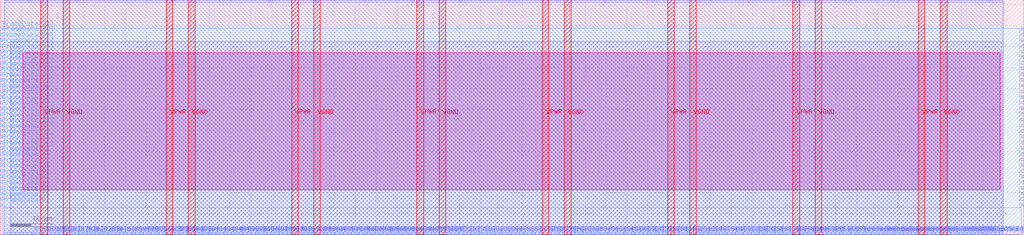
<source format=lef>
VERSION 5.7 ;
  NOWIREEXTENSIONATPIN ON ;
  DIVIDERCHAR "/" ;
  BUSBITCHARS "[]" ;
MACRO N_term_single2
  CLASS BLOCK ;
  FOREIGN N_term_single2 ;
  ORIGIN 0.000 0.000 ;
  SIZE 245.000 BY 56.250 ;
  PIN FrameData[0]
    DIRECTION INPUT ;
    USE SIGNAL ;
    ANTENNAGATEAREA 0.213000 ;
    PORT
      LAYER met3 ;
        RECT 0.000 6.840 0.600 7.440 ;
    END
  END FrameData[0]
  PIN FrameData[10]
    DIRECTION INPUT ;
    USE SIGNAL ;
    ANTENNAGATEAREA 0.631200 ;
    ANTENNADIFFAREA 0.434700 ;
    PORT
      LAYER met3 ;
        RECT 0.000 20.440 0.600 21.040 ;
    END
  END FrameData[10]
  PIN FrameData[11]
    DIRECTION INPUT ;
    USE SIGNAL ;
    ANTENNAGATEAREA 0.631200 ;
    ANTENNADIFFAREA 0.434700 ;
    PORT
      LAYER met3 ;
        RECT 0.000 21.800 0.600 22.400 ;
    END
  END FrameData[11]
  PIN FrameData[12]
    DIRECTION INPUT ;
    USE SIGNAL ;
    ANTENNAGATEAREA 0.631200 ;
    ANTENNADIFFAREA 0.434700 ;
    PORT
      LAYER met3 ;
        RECT 0.000 23.160 0.600 23.760 ;
    END
  END FrameData[12]
  PIN FrameData[13]
    DIRECTION INPUT ;
    USE SIGNAL ;
    ANTENNAGATEAREA 0.631200 ;
    ANTENNADIFFAREA 0.434700 ;
    PORT
      LAYER met3 ;
        RECT 0.000 24.520 0.600 25.120 ;
    END
  END FrameData[13]
  PIN FrameData[14]
    DIRECTION INPUT ;
    USE SIGNAL ;
    ANTENNAGATEAREA 0.647700 ;
    ANTENNADIFFAREA 0.434700 ;
    PORT
      LAYER met3 ;
        RECT 0.000 25.880 0.600 26.480 ;
    END
  END FrameData[14]
  PIN FrameData[15]
    DIRECTION INPUT ;
    USE SIGNAL ;
    ANTENNAGATEAREA 0.647700 ;
    ANTENNADIFFAREA 0.434700 ;
    PORT
      LAYER met3 ;
        RECT 0.000 27.240 0.600 27.840 ;
    END
  END FrameData[15]
  PIN FrameData[16]
    DIRECTION INPUT ;
    USE SIGNAL ;
    ANTENNAGATEAREA 0.647700 ;
    ANTENNADIFFAREA 0.434700 ;
    PORT
      LAYER met3 ;
        RECT 0.000 28.600 0.600 29.200 ;
    END
  END FrameData[16]
  PIN FrameData[17]
    DIRECTION INPUT ;
    USE SIGNAL ;
    ANTENNAGATEAREA 0.196500 ;
    PORT
      LAYER met3 ;
        RECT 0.000 29.960 0.600 30.560 ;
    END
  END FrameData[17]
  PIN FrameData[18]
    DIRECTION INPUT ;
    USE SIGNAL ;
    ANTENNAGATEAREA 0.647700 ;
    ANTENNADIFFAREA 0.434700 ;
    PORT
      LAYER met3 ;
        RECT 0.000 31.320 0.600 31.920 ;
    END
  END FrameData[18]
  PIN FrameData[19]
    DIRECTION INPUT ;
    USE SIGNAL ;
    ANTENNAGATEAREA 0.631200 ;
    ANTENNADIFFAREA 0.434700 ;
    PORT
      LAYER met3 ;
        RECT 0.000 32.680 0.600 33.280 ;
    END
  END FrameData[19]
  PIN FrameData[1]
    DIRECTION INPUT ;
    USE SIGNAL ;
    ANTENNAGATEAREA 0.196500 ;
    PORT
      LAYER met3 ;
        RECT 0.000 8.200 0.600 8.800 ;
    END
  END FrameData[1]
  PIN FrameData[20]
    DIRECTION INPUT ;
    USE SIGNAL ;
    ANTENNAGATEAREA 0.631200 ;
    ANTENNADIFFAREA 0.434700 ;
    PORT
      LAYER met3 ;
        RECT 0.000 34.040 0.600 34.640 ;
    END
  END FrameData[20]
  PIN FrameData[21]
    DIRECTION INPUT ;
    USE SIGNAL ;
    ANTENNAGATEAREA 0.647700 ;
    ANTENNADIFFAREA 0.434700 ;
    PORT
      LAYER met3 ;
        RECT 0.000 35.400 0.600 36.000 ;
    END
  END FrameData[21]
  PIN FrameData[22]
    DIRECTION INPUT ;
    USE SIGNAL ;
    ANTENNAGATEAREA 0.631200 ;
    ANTENNADIFFAREA 0.434700 ;
    PORT
      LAYER met3 ;
        RECT 0.000 36.760 0.600 37.360 ;
    END
  END FrameData[22]
  PIN FrameData[23]
    DIRECTION INPUT ;
    USE SIGNAL ;
    ANTENNAGATEAREA 0.647700 ;
    ANTENNADIFFAREA 0.434700 ;
    PORT
      LAYER met3 ;
        RECT 0.000 38.120 0.600 38.720 ;
    END
  END FrameData[23]
  PIN FrameData[24]
    DIRECTION INPUT ;
    USE SIGNAL ;
    ANTENNAGATEAREA 0.631200 ;
    ANTENNADIFFAREA 0.434700 ;
    PORT
      LAYER met3 ;
        RECT 0.000 39.480 0.600 40.080 ;
    END
  END FrameData[24]
  PIN FrameData[25]
    DIRECTION INPUT ;
    USE SIGNAL ;
    ANTENNAGATEAREA 0.631200 ;
    ANTENNADIFFAREA 0.434700 ;
    PORT
      LAYER met3 ;
        RECT 0.000 40.840 0.600 41.440 ;
    END
  END FrameData[25]
  PIN FrameData[26]
    DIRECTION INPUT ;
    USE SIGNAL ;
    ANTENNAGATEAREA 0.631200 ;
    ANTENNADIFFAREA 0.434700 ;
    PORT
      LAYER met3 ;
        RECT 0.000 42.200 0.600 42.800 ;
    END
  END FrameData[26]
  PIN FrameData[27]
    DIRECTION INPUT ;
    USE SIGNAL ;
    ANTENNAGATEAREA 0.631200 ;
    ANTENNADIFFAREA 0.434700 ;
    PORT
      LAYER met3 ;
        RECT 0.000 43.560 0.600 44.160 ;
    END
  END FrameData[27]
  PIN FrameData[28]
    DIRECTION INPUT ;
    USE SIGNAL ;
    ANTENNAGATEAREA 0.213000 ;
    PORT
      LAYER met3 ;
        RECT 0.000 44.920 0.600 45.520 ;
    END
  END FrameData[28]
  PIN FrameData[29]
    DIRECTION INPUT ;
    USE SIGNAL ;
    ANTENNAGATEAREA 0.213000 ;
    PORT
      LAYER met3 ;
        RECT 0.000 46.280 0.600 46.880 ;
    END
  END FrameData[29]
  PIN FrameData[2]
    DIRECTION INPUT ;
    USE SIGNAL ;
    ANTENNAGATEAREA 0.631200 ;
    ANTENNADIFFAREA 0.434700 ;
    PORT
      LAYER met3 ;
        RECT 0.000 9.560 0.600 10.160 ;
    END
  END FrameData[2]
  PIN FrameData[30]
    DIRECTION INPUT ;
    USE SIGNAL ;
    ANTENNAGATEAREA 0.647700 ;
    ANTENNADIFFAREA 0.434700 ;
    PORT
      LAYER met3 ;
        RECT 0.000 47.640 0.600 48.240 ;
    END
  END FrameData[30]
  PIN FrameData[31]
    DIRECTION INPUT ;
    USE SIGNAL ;
    ANTENNAGATEAREA 0.631200 ;
    ANTENNADIFFAREA 0.434700 ;
    PORT
      LAYER met3 ;
        RECT 0.000 49.000 0.600 49.600 ;
    END
  END FrameData[31]
  PIN FrameData[3]
    DIRECTION INPUT ;
    USE SIGNAL ;
    ANTENNAGATEAREA 0.631200 ;
    ANTENNADIFFAREA 0.434700 ;
    PORT
      LAYER met3 ;
        RECT 0.000 10.920 0.600 11.520 ;
    END
  END FrameData[3]
  PIN FrameData[4]
    DIRECTION INPUT ;
    USE SIGNAL ;
    ANTENNAGATEAREA 0.631200 ;
    ANTENNADIFFAREA 0.434700 ;
    PORT
      LAYER met3 ;
        RECT 0.000 12.280 0.600 12.880 ;
    END
  END FrameData[4]
  PIN FrameData[5]
    DIRECTION INPUT ;
    USE SIGNAL ;
    ANTENNAGATEAREA 0.631200 ;
    ANTENNADIFFAREA 0.434700 ;
    PORT
      LAYER met3 ;
        RECT 0.000 13.640 0.600 14.240 ;
    END
  END FrameData[5]
  PIN FrameData[6]
    DIRECTION INPUT ;
    USE SIGNAL ;
    ANTENNAGATEAREA 0.631200 ;
    ANTENNADIFFAREA 0.434700 ;
    PORT
      LAYER met3 ;
        RECT 0.000 15.000 0.600 15.600 ;
    END
  END FrameData[6]
  PIN FrameData[7]
    DIRECTION INPUT ;
    USE SIGNAL ;
    ANTENNAGATEAREA 0.631200 ;
    ANTENNADIFFAREA 0.434700 ;
    PORT
      LAYER met3 ;
        RECT 0.000 16.360 0.600 16.960 ;
    END
  END FrameData[7]
  PIN FrameData[8]
    DIRECTION INPUT ;
    USE SIGNAL ;
    ANTENNAGATEAREA 0.631200 ;
    ANTENNADIFFAREA 0.434700 ;
    PORT
      LAYER met3 ;
        RECT 0.000 17.720 0.600 18.320 ;
    END
  END FrameData[8]
  PIN FrameData[9]
    DIRECTION INPUT ;
    USE SIGNAL ;
    ANTENNAGATEAREA 0.196500 ;
    PORT
      LAYER met3 ;
        RECT 0.000 19.080 0.600 19.680 ;
    END
  END FrameData[9]
  PIN FrameData_O[0]
    DIRECTION OUTPUT ;
    USE SIGNAL ;
    ANTENNADIFFAREA 0.445500 ;
    PORT
      LAYER met3 ;
        RECT 244.400 6.840 245.000 7.440 ;
    END
  END FrameData_O[0]
  PIN FrameData_O[10]
    DIRECTION OUTPUT ;
    USE SIGNAL ;
    ANTENNADIFFAREA 0.445500 ;
    PORT
      LAYER met3 ;
        RECT 244.400 20.440 245.000 21.040 ;
    END
  END FrameData_O[10]
  PIN FrameData_O[11]
    DIRECTION OUTPUT ;
    USE SIGNAL ;
    ANTENNADIFFAREA 0.445500 ;
    PORT
      LAYER met3 ;
        RECT 244.400 21.800 245.000 22.400 ;
    END
  END FrameData_O[11]
  PIN FrameData_O[12]
    DIRECTION OUTPUT ;
    USE SIGNAL ;
    ANTENNADIFFAREA 0.445500 ;
    PORT
      LAYER met3 ;
        RECT 244.400 23.160 245.000 23.760 ;
    END
  END FrameData_O[12]
  PIN FrameData_O[13]
    DIRECTION OUTPUT ;
    USE SIGNAL ;
    ANTENNADIFFAREA 0.445500 ;
    PORT
      LAYER met3 ;
        RECT 244.400 24.520 245.000 25.120 ;
    END
  END FrameData_O[13]
  PIN FrameData_O[14]
    DIRECTION OUTPUT ;
    USE SIGNAL ;
    ANTENNADIFFAREA 0.445500 ;
    PORT
      LAYER met3 ;
        RECT 244.400 25.880 245.000 26.480 ;
    END
  END FrameData_O[14]
  PIN FrameData_O[15]
    DIRECTION OUTPUT ;
    USE SIGNAL ;
    ANTENNADIFFAREA 0.445500 ;
    PORT
      LAYER met3 ;
        RECT 244.400 27.240 245.000 27.840 ;
    END
  END FrameData_O[15]
  PIN FrameData_O[16]
    DIRECTION OUTPUT ;
    USE SIGNAL ;
    ANTENNADIFFAREA 0.445500 ;
    PORT
      LAYER met3 ;
        RECT 244.400 28.600 245.000 29.200 ;
    END
  END FrameData_O[16]
  PIN FrameData_O[17]
    DIRECTION OUTPUT ;
    USE SIGNAL ;
    ANTENNADIFFAREA 0.445500 ;
    PORT
      LAYER met3 ;
        RECT 244.400 29.960 245.000 30.560 ;
    END
  END FrameData_O[17]
  PIN FrameData_O[18]
    DIRECTION OUTPUT ;
    USE SIGNAL ;
    ANTENNADIFFAREA 0.445500 ;
    PORT
      LAYER met3 ;
        RECT 244.400 31.320 245.000 31.920 ;
    END
  END FrameData_O[18]
  PIN FrameData_O[19]
    DIRECTION OUTPUT ;
    USE SIGNAL ;
    ANTENNADIFFAREA 0.445500 ;
    PORT
      LAYER met3 ;
        RECT 244.400 32.680 245.000 33.280 ;
    END
  END FrameData_O[19]
  PIN FrameData_O[1]
    DIRECTION OUTPUT ;
    USE SIGNAL ;
    ANTENNADIFFAREA 0.445500 ;
    PORT
      LAYER met3 ;
        RECT 244.400 8.200 245.000 8.800 ;
    END
  END FrameData_O[1]
  PIN FrameData_O[20]
    DIRECTION OUTPUT ;
    USE SIGNAL ;
    ANTENNADIFFAREA 0.445500 ;
    PORT
      LAYER met3 ;
        RECT 244.400 34.040 245.000 34.640 ;
    END
  END FrameData_O[20]
  PIN FrameData_O[21]
    DIRECTION OUTPUT ;
    USE SIGNAL ;
    ANTENNADIFFAREA 0.445500 ;
    PORT
      LAYER met3 ;
        RECT 244.400 35.400 245.000 36.000 ;
    END
  END FrameData_O[21]
  PIN FrameData_O[22]
    DIRECTION OUTPUT ;
    USE SIGNAL ;
    ANTENNADIFFAREA 0.445500 ;
    PORT
      LAYER met3 ;
        RECT 244.400 36.760 245.000 37.360 ;
    END
  END FrameData_O[22]
  PIN FrameData_O[23]
    DIRECTION OUTPUT ;
    USE SIGNAL ;
    ANTENNADIFFAREA 0.445500 ;
    PORT
      LAYER met3 ;
        RECT 244.400 38.120 245.000 38.720 ;
    END
  END FrameData_O[23]
  PIN FrameData_O[24]
    DIRECTION OUTPUT ;
    USE SIGNAL ;
    ANTENNADIFFAREA 0.445500 ;
    PORT
      LAYER met3 ;
        RECT 244.400 39.480 245.000 40.080 ;
    END
  END FrameData_O[24]
  PIN FrameData_O[25]
    DIRECTION OUTPUT ;
    USE SIGNAL ;
    ANTENNADIFFAREA 0.445500 ;
    PORT
      LAYER met3 ;
        RECT 244.400 40.840 245.000 41.440 ;
    END
  END FrameData_O[25]
  PIN FrameData_O[26]
    DIRECTION OUTPUT ;
    USE SIGNAL ;
    ANTENNADIFFAREA 0.445500 ;
    PORT
      LAYER met3 ;
        RECT 244.400 42.200 245.000 42.800 ;
    END
  END FrameData_O[26]
  PIN FrameData_O[27]
    DIRECTION OUTPUT ;
    USE SIGNAL ;
    ANTENNADIFFAREA 0.445500 ;
    PORT
      LAYER met3 ;
        RECT 244.400 43.560 245.000 44.160 ;
    END
  END FrameData_O[27]
  PIN FrameData_O[28]
    DIRECTION OUTPUT ;
    USE SIGNAL ;
    ANTENNADIFFAREA 0.445500 ;
    PORT
      LAYER met3 ;
        RECT 244.400 44.920 245.000 45.520 ;
    END
  END FrameData_O[28]
  PIN FrameData_O[29]
    DIRECTION OUTPUT ;
    USE SIGNAL ;
    ANTENNADIFFAREA 0.445500 ;
    PORT
      LAYER met3 ;
        RECT 244.400 46.280 245.000 46.880 ;
    END
  END FrameData_O[29]
  PIN FrameData_O[2]
    DIRECTION OUTPUT ;
    USE SIGNAL ;
    ANTENNADIFFAREA 0.445500 ;
    PORT
      LAYER met3 ;
        RECT 244.400 9.560 245.000 10.160 ;
    END
  END FrameData_O[2]
  PIN FrameData_O[30]
    DIRECTION OUTPUT ;
    USE SIGNAL ;
    ANTENNADIFFAREA 0.445500 ;
    PORT
      LAYER met3 ;
        RECT 244.400 47.640 245.000 48.240 ;
    END
  END FrameData_O[30]
  PIN FrameData_O[31]
    DIRECTION OUTPUT ;
    USE SIGNAL ;
    ANTENNADIFFAREA 0.445500 ;
    PORT
      LAYER met3 ;
        RECT 244.400 49.000 245.000 49.600 ;
    END
  END FrameData_O[31]
  PIN FrameData_O[3]
    DIRECTION OUTPUT ;
    USE SIGNAL ;
    ANTENNADIFFAREA 0.445500 ;
    PORT
      LAYER met3 ;
        RECT 244.400 10.920 245.000 11.520 ;
    END
  END FrameData_O[3]
  PIN FrameData_O[4]
    DIRECTION OUTPUT ;
    USE SIGNAL ;
    ANTENNADIFFAREA 0.445500 ;
    PORT
      LAYER met3 ;
        RECT 244.400 12.280 245.000 12.880 ;
    END
  END FrameData_O[4]
  PIN FrameData_O[5]
    DIRECTION OUTPUT ;
    USE SIGNAL ;
    ANTENNADIFFAREA 0.445500 ;
    PORT
      LAYER met3 ;
        RECT 244.400 13.640 245.000 14.240 ;
    END
  END FrameData_O[5]
  PIN FrameData_O[6]
    DIRECTION OUTPUT ;
    USE SIGNAL ;
    ANTENNADIFFAREA 0.445500 ;
    PORT
      LAYER met3 ;
        RECT 244.400 15.000 245.000 15.600 ;
    END
  END FrameData_O[6]
  PIN FrameData_O[7]
    DIRECTION OUTPUT ;
    USE SIGNAL ;
    ANTENNADIFFAREA 0.445500 ;
    PORT
      LAYER met3 ;
        RECT 244.400 16.360 245.000 16.960 ;
    END
  END FrameData_O[7]
  PIN FrameData_O[8]
    DIRECTION OUTPUT ;
    USE SIGNAL ;
    ANTENNADIFFAREA 0.445500 ;
    PORT
      LAYER met3 ;
        RECT 244.400 17.720 245.000 18.320 ;
    END
  END FrameData_O[8]
  PIN FrameData_O[9]
    DIRECTION OUTPUT ;
    USE SIGNAL ;
    ANTENNADIFFAREA 0.445500 ;
    PORT
      LAYER met3 ;
        RECT 244.400 19.080 245.000 19.680 ;
    END
  END FrameData_O[9]
  PIN FrameStrobe[0]
    DIRECTION INPUT ;
    USE SIGNAL ;
    ANTENNAGATEAREA 0.213000 ;
    PORT
      LAYER met2 ;
        RECT 201.110 0.000 201.390 0.280 ;
    END
  END FrameStrobe[0]
  PIN FrameStrobe[10]
    DIRECTION INPUT ;
    USE SIGNAL ;
    ANTENNAGATEAREA 0.196500 ;
    PORT
      LAYER met2 ;
        RECT 219.510 0.000 219.790 0.280 ;
    END
  END FrameStrobe[10]
  PIN FrameStrobe[11]
    DIRECTION INPUT ;
    USE SIGNAL ;
    ANTENNAGATEAREA 0.196500 ;
    PORT
      LAYER met2 ;
        RECT 221.350 0.000 221.630 0.280 ;
    END
  END FrameStrobe[11]
  PIN FrameStrobe[12]
    DIRECTION INPUT ;
    USE SIGNAL ;
    ANTENNAGATEAREA 0.196500 ;
    PORT
      LAYER met2 ;
        RECT 223.190 0.000 223.470 0.280 ;
    END
  END FrameStrobe[12]
  PIN FrameStrobe[13]
    DIRECTION INPUT ;
    USE SIGNAL ;
    ANTENNAGATEAREA 0.196500 ;
    PORT
      LAYER met2 ;
        RECT 225.030 0.000 225.310 0.280 ;
    END
  END FrameStrobe[13]
  PIN FrameStrobe[14]
    DIRECTION INPUT ;
    USE SIGNAL ;
    ANTENNAGATEAREA 0.196500 ;
    PORT
      LAYER met2 ;
        RECT 226.870 0.000 227.150 0.280 ;
    END
  END FrameStrobe[14]
  PIN FrameStrobe[15]
    DIRECTION INPUT ;
    USE SIGNAL ;
    ANTENNAGATEAREA 0.196500 ;
    PORT
      LAYER met2 ;
        RECT 228.710 0.000 228.990 0.280 ;
    END
  END FrameStrobe[15]
  PIN FrameStrobe[16]
    DIRECTION INPUT ;
    USE SIGNAL ;
    ANTENNAGATEAREA 0.196500 ;
    PORT
      LAYER met2 ;
        RECT 230.550 0.000 230.830 0.280 ;
    END
  END FrameStrobe[16]
  PIN FrameStrobe[17]
    DIRECTION INPUT ;
    USE SIGNAL ;
    ANTENNAGATEAREA 0.196500 ;
    PORT
      LAYER met2 ;
        RECT 232.390 0.000 232.670 0.280 ;
    END
  END FrameStrobe[17]
  PIN FrameStrobe[18]
    DIRECTION INPUT ;
    USE SIGNAL ;
    ANTENNAGATEAREA 0.196500 ;
    PORT
      LAYER met2 ;
        RECT 234.230 0.000 234.510 0.280 ;
    END
  END FrameStrobe[18]
  PIN FrameStrobe[19]
    DIRECTION INPUT ;
    USE SIGNAL ;
    ANTENNAGATEAREA 0.196500 ;
    PORT
      LAYER met2 ;
        RECT 236.070 0.000 236.350 0.280 ;
    END
  END FrameStrobe[19]
  PIN FrameStrobe[1]
    DIRECTION INPUT ;
    USE SIGNAL ;
    ANTENNAGATEAREA 0.213000 ;
    PORT
      LAYER met2 ;
        RECT 202.950 0.000 203.230 0.280 ;
    END
  END FrameStrobe[1]
  PIN FrameStrobe[2]
    DIRECTION INPUT ;
    USE SIGNAL ;
    ANTENNAGATEAREA 0.631200 ;
    ANTENNADIFFAREA 0.434700 ;
    PORT
      LAYER met2 ;
        RECT 204.790 0.000 205.070 0.280 ;
    END
  END FrameStrobe[2]
  PIN FrameStrobe[3]
    DIRECTION INPUT ;
    USE SIGNAL ;
    ANTENNAGATEAREA 0.196500 ;
    PORT
      LAYER met2 ;
        RECT 206.630 0.000 206.910 0.280 ;
    END
  END FrameStrobe[3]
  PIN FrameStrobe[4]
    DIRECTION INPUT ;
    USE SIGNAL ;
    ANTENNAGATEAREA 0.631200 ;
    ANTENNADIFFAREA 0.434700 ;
    PORT
      LAYER met2 ;
        RECT 208.470 0.000 208.750 0.280 ;
    END
  END FrameStrobe[4]
  PIN FrameStrobe[5]
    DIRECTION INPUT ;
    USE SIGNAL ;
    ANTENNAGATEAREA 0.196500 ;
    PORT
      LAYER met2 ;
        RECT 210.310 0.000 210.590 0.280 ;
    END
  END FrameStrobe[5]
  PIN FrameStrobe[6]
    DIRECTION INPUT ;
    USE SIGNAL ;
    ANTENNAGATEAREA 0.196500 ;
    PORT
      LAYER met2 ;
        RECT 212.150 0.000 212.430 0.280 ;
    END
  END FrameStrobe[6]
  PIN FrameStrobe[7]
    DIRECTION INPUT ;
    USE SIGNAL ;
    ANTENNAGATEAREA 0.196500 ;
    PORT
      LAYER met2 ;
        RECT 213.990 0.000 214.270 0.280 ;
    END
  END FrameStrobe[7]
  PIN FrameStrobe[8]
    DIRECTION INPUT ;
    USE SIGNAL ;
    ANTENNAGATEAREA 0.631200 ;
    ANTENNADIFFAREA 0.434700 ;
    PORT
      LAYER met2 ;
        RECT 215.830 0.000 216.110 0.280 ;
    END
  END FrameStrobe[8]
  PIN FrameStrobe[9]
    DIRECTION INPUT ;
    USE SIGNAL ;
    ANTENNAGATEAREA 0.631200 ;
    ANTENNADIFFAREA 0.434700 ;
    PORT
      LAYER met2 ;
        RECT 217.670 0.000 217.950 0.280 ;
    END
  END FrameStrobe[9]
  PIN FrameStrobe_O[0]
    DIRECTION OUTPUT ;
    USE SIGNAL ;
    ANTENNADIFFAREA 0.445500 ;
    PORT
      LAYER met2 ;
        RECT 18.490 55.970 18.770 56.250 ;
    END
  END FrameStrobe_O[0]
  PIN FrameStrobe_O[10]
    DIRECTION OUTPUT ;
    USE SIGNAL ;
    ANTENNADIFFAREA 0.445500 ;
    PORT
      LAYER met2 ;
        RECT 133.490 55.970 133.770 56.250 ;
    END
  END FrameStrobe_O[10]
  PIN FrameStrobe_O[11]
    DIRECTION OUTPUT ;
    USE SIGNAL ;
    ANTENNADIFFAREA 0.445500 ;
    PORT
      LAYER met2 ;
        RECT 144.990 55.970 145.270 56.250 ;
    END
  END FrameStrobe_O[11]
  PIN FrameStrobe_O[12]
    DIRECTION OUTPUT ;
    USE SIGNAL ;
    ANTENNADIFFAREA 0.445500 ;
    PORT
      LAYER met2 ;
        RECT 156.490 55.970 156.770 56.250 ;
    END
  END FrameStrobe_O[12]
  PIN FrameStrobe_O[13]
    DIRECTION OUTPUT ;
    USE SIGNAL ;
    ANTENNADIFFAREA 0.445500 ;
    PORT
      LAYER met2 ;
        RECT 167.990 55.970 168.270 56.250 ;
    END
  END FrameStrobe_O[13]
  PIN FrameStrobe_O[14]
    DIRECTION OUTPUT ;
    USE SIGNAL ;
    ANTENNADIFFAREA 0.445500 ;
    PORT
      LAYER met2 ;
        RECT 179.490 55.970 179.770 56.250 ;
    END
  END FrameStrobe_O[14]
  PIN FrameStrobe_O[15]
    DIRECTION OUTPUT ;
    USE SIGNAL ;
    ANTENNADIFFAREA 0.445500 ;
    PORT
      LAYER met2 ;
        RECT 190.990 55.970 191.270 56.250 ;
    END
  END FrameStrobe_O[15]
  PIN FrameStrobe_O[16]
    DIRECTION OUTPUT ;
    USE SIGNAL ;
    ANTENNADIFFAREA 0.445500 ;
    PORT
      LAYER met2 ;
        RECT 202.490 55.970 202.770 56.250 ;
    END
  END FrameStrobe_O[16]
  PIN FrameStrobe_O[17]
    DIRECTION OUTPUT ;
    USE SIGNAL ;
    ANTENNADIFFAREA 0.445500 ;
    PORT
      LAYER met2 ;
        RECT 213.990 55.970 214.270 56.250 ;
    END
  END FrameStrobe_O[17]
  PIN FrameStrobe_O[18]
    DIRECTION OUTPUT ;
    USE SIGNAL ;
    ANTENNADIFFAREA 0.445500 ;
    PORT
      LAYER met2 ;
        RECT 225.490 55.970 225.770 56.250 ;
    END
  END FrameStrobe_O[18]
  PIN FrameStrobe_O[19]
    DIRECTION OUTPUT ;
    USE SIGNAL ;
    ANTENNADIFFAREA 0.445500 ;
    PORT
      LAYER met2 ;
        RECT 236.990 55.970 237.270 56.250 ;
    END
  END FrameStrobe_O[19]
  PIN FrameStrobe_O[1]
    DIRECTION OUTPUT ;
    USE SIGNAL ;
    ANTENNADIFFAREA 0.445500 ;
    PORT
      LAYER met2 ;
        RECT 29.990 55.970 30.270 56.250 ;
    END
  END FrameStrobe_O[1]
  PIN FrameStrobe_O[2]
    DIRECTION OUTPUT ;
    USE SIGNAL ;
    ANTENNADIFFAREA 0.445500 ;
    PORT
      LAYER met2 ;
        RECT 41.490 55.970 41.770 56.250 ;
    END
  END FrameStrobe_O[2]
  PIN FrameStrobe_O[3]
    DIRECTION OUTPUT ;
    USE SIGNAL ;
    ANTENNADIFFAREA 0.445500 ;
    PORT
      LAYER met2 ;
        RECT 52.990 55.970 53.270 56.250 ;
    END
  END FrameStrobe_O[3]
  PIN FrameStrobe_O[4]
    DIRECTION OUTPUT ;
    USE SIGNAL ;
    ANTENNADIFFAREA 0.445500 ;
    PORT
      LAYER met2 ;
        RECT 64.490 55.970 64.770 56.250 ;
    END
  END FrameStrobe_O[4]
  PIN FrameStrobe_O[5]
    DIRECTION OUTPUT ;
    USE SIGNAL ;
    ANTENNADIFFAREA 0.445500 ;
    PORT
      LAYER met2 ;
        RECT 75.990 55.970 76.270 56.250 ;
    END
  END FrameStrobe_O[5]
  PIN FrameStrobe_O[6]
    DIRECTION OUTPUT ;
    USE SIGNAL ;
    ANTENNADIFFAREA 0.445500 ;
    PORT
      LAYER met2 ;
        RECT 87.490 55.970 87.770 56.250 ;
    END
  END FrameStrobe_O[6]
  PIN FrameStrobe_O[7]
    DIRECTION OUTPUT ;
    USE SIGNAL ;
    ANTENNADIFFAREA 0.445500 ;
    PORT
      LAYER met2 ;
        RECT 98.990 55.970 99.270 56.250 ;
    END
  END FrameStrobe_O[7]
  PIN FrameStrobe_O[8]
    DIRECTION OUTPUT ;
    USE SIGNAL ;
    ANTENNADIFFAREA 0.445500 ;
    PORT
      LAYER met2 ;
        RECT 110.490 55.970 110.770 56.250 ;
    END
  END FrameStrobe_O[8]
  PIN FrameStrobe_O[9]
    DIRECTION OUTPUT ;
    USE SIGNAL ;
    ANTENNADIFFAREA 0.445500 ;
    PORT
      LAYER met2 ;
        RECT 121.990 55.970 122.270 56.250 ;
    END
  END FrameStrobe_O[9]
  PIN N1END[0]
    DIRECTION INPUT ;
    USE SIGNAL ;
    ANTENNAGATEAREA 0.196500 ;
    PORT
      LAYER met2 ;
        RECT 7.910 0.000 8.190 0.280 ;
    END
  END N1END[0]
  PIN N1END[1]
    DIRECTION INPUT ;
    USE SIGNAL ;
    ANTENNAGATEAREA 0.196500 ;
    PORT
      LAYER met2 ;
        RECT 9.750 0.000 10.030 0.280 ;
    END
  END N1END[1]
  PIN N1END[2]
    DIRECTION INPUT ;
    USE SIGNAL ;
    ANTENNAGATEAREA 0.196500 ;
    PORT
      LAYER met2 ;
        RECT 11.590 0.000 11.870 0.280 ;
    END
  END N1END[2]
  PIN N1END[3]
    DIRECTION INPUT ;
    USE SIGNAL ;
    ANTENNAGATEAREA 0.196500 ;
    PORT
      LAYER met2 ;
        RECT 13.430 0.000 13.710 0.280 ;
    END
  END N1END[3]
  PIN N2END[0]
    DIRECTION INPUT ;
    USE SIGNAL ;
    ANTENNAGATEAREA 0.196500 ;
    PORT
      LAYER met2 ;
        RECT 29.990 0.000 30.270 0.280 ;
    END
  END N2END[0]
  PIN N2END[1]
    DIRECTION INPUT ;
    USE SIGNAL ;
    ANTENNAGATEAREA 0.196500 ;
    PORT
      LAYER met2 ;
        RECT 31.830 0.000 32.110 0.280 ;
    END
  END N2END[1]
  PIN N2END[2]
    DIRECTION INPUT ;
    USE SIGNAL ;
    ANTENNAGATEAREA 0.631200 ;
    ANTENNADIFFAREA 0.434700 ;
    PORT
      LAYER met2 ;
        RECT 33.670 0.000 33.950 0.280 ;
    END
  END N2END[2]
  PIN N2END[3]
    DIRECTION INPUT ;
    USE SIGNAL ;
    ANTENNAGATEAREA 0.631200 ;
    ANTENNADIFFAREA 0.434700 ;
    PORT
      LAYER met2 ;
        RECT 35.510 0.000 35.790 0.280 ;
    END
  END N2END[3]
  PIN N2END[4]
    DIRECTION INPUT ;
    USE SIGNAL ;
    ANTENNAGATEAREA 0.196500 ;
    PORT
      LAYER met2 ;
        RECT 37.350 0.000 37.630 0.280 ;
    END
  END N2END[4]
  PIN N2END[5]
    DIRECTION INPUT ;
    USE SIGNAL ;
    ANTENNAGATEAREA 0.196500 ;
    PORT
      LAYER met2 ;
        RECT 39.190 0.000 39.470 0.280 ;
    END
  END N2END[5]
  PIN N2END[6]
    DIRECTION INPUT ;
    USE SIGNAL ;
    ANTENNAGATEAREA 0.196500 ;
    PORT
      LAYER met2 ;
        RECT 41.030 0.000 41.310 0.280 ;
    END
  END N2END[6]
  PIN N2END[7]
    DIRECTION INPUT ;
    USE SIGNAL ;
    ANTENNAGATEAREA 0.196500 ;
    PORT
      LAYER met2 ;
        RECT 42.870 0.000 43.150 0.280 ;
    END
  END N2END[7]
  PIN N2MID[0]
    DIRECTION INPUT ;
    USE SIGNAL ;
    ANTENNAGATEAREA 0.196500 ;
    PORT
      LAYER met2 ;
        RECT 15.270 0.000 15.550 0.280 ;
    END
  END N2MID[0]
  PIN N2MID[1]
    DIRECTION INPUT ;
    USE SIGNAL ;
    ANTENNAGATEAREA 0.196500 ;
    PORT
      LAYER met2 ;
        RECT 17.110 0.000 17.390 0.280 ;
    END
  END N2MID[1]
  PIN N2MID[2]
    DIRECTION INPUT ;
    USE SIGNAL ;
    ANTENNAGATEAREA 0.196500 ;
    PORT
      LAYER met2 ;
        RECT 18.950 0.000 19.230 0.280 ;
    END
  END N2MID[2]
  PIN N2MID[3]
    DIRECTION INPUT ;
    USE SIGNAL ;
    ANTENNAGATEAREA 0.196500 ;
    PORT
      LAYER met2 ;
        RECT 20.790 0.000 21.070 0.280 ;
    END
  END N2MID[3]
  PIN N2MID[4]
    DIRECTION INPUT ;
    USE SIGNAL ;
    ANTENNAGATEAREA 0.196500 ;
    PORT
      LAYER met2 ;
        RECT 22.630 0.000 22.910 0.280 ;
    END
  END N2MID[4]
  PIN N2MID[5]
    DIRECTION INPUT ;
    USE SIGNAL ;
    ANTENNAGATEAREA 0.196500 ;
    PORT
      LAYER met2 ;
        RECT 24.470 0.000 24.750 0.280 ;
    END
  END N2MID[5]
  PIN N2MID[6]
    DIRECTION INPUT ;
    USE SIGNAL ;
    ANTENNAGATEAREA 0.196500 ;
    PORT
      LAYER met2 ;
        RECT 26.310 0.000 26.590 0.280 ;
    END
  END N2MID[6]
  PIN N2MID[7]
    DIRECTION INPUT ;
    USE SIGNAL ;
    ANTENNAGATEAREA 0.196500 ;
    PORT
      LAYER met2 ;
        RECT 28.150 0.000 28.430 0.280 ;
    END
  END N2MID[7]
  PIN N4END[0]
    DIRECTION INPUT ;
    USE SIGNAL ;
    ANTENNAGATEAREA 0.196500 ;
    PORT
      LAYER met2 ;
        RECT 44.710 0.000 44.990 0.280 ;
    END
  END N4END[0]
  PIN N4END[10]
    DIRECTION INPUT ;
    USE SIGNAL ;
    ANTENNAGATEAREA 0.196500 ;
    PORT
      LAYER met2 ;
        RECT 63.110 0.000 63.390 0.280 ;
    END
  END N4END[10]
  PIN N4END[11]
    DIRECTION INPUT ;
    USE SIGNAL ;
    ANTENNAGATEAREA 0.196500 ;
    PORT
      LAYER met2 ;
        RECT 64.950 0.000 65.230 0.280 ;
    END
  END N4END[11]
  PIN N4END[12]
    DIRECTION INPUT ;
    USE SIGNAL ;
    ANTENNAGATEAREA 0.631200 ;
    ANTENNADIFFAREA 0.434700 ;
    PORT
      LAYER met2 ;
        RECT 66.790 0.000 67.070 0.280 ;
    END
  END N4END[12]
  PIN N4END[13]
    DIRECTION INPUT ;
    USE SIGNAL ;
    ANTENNAGATEAREA 0.196500 ;
    PORT
      LAYER met2 ;
        RECT 68.630 0.000 68.910 0.280 ;
    END
  END N4END[13]
  PIN N4END[14]
    DIRECTION INPUT ;
    USE SIGNAL ;
    ANTENNAGATEAREA 0.196500 ;
    PORT
      LAYER met2 ;
        RECT 70.470 0.000 70.750 0.280 ;
    END
  END N4END[14]
  PIN N4END[15]
    DIRECTION INPUT ;
    USE SIGNAL ;
    ANTENNAGATEAREA 0.196500 ;
    PORT
      LAYER met2 ;
        RECT 72.310 0.000 72.590 0.280 ;
    END
  END N4END[15]
  PIN N4END[1]
    DIRECTION INPUT ;
    USE SIGNAL ;
    ANTENNAGATEAREA 0.196500 ;
    PORT
      LAYER met2 ;
        RECT 46.550 0.000 46.830 0.280 ;
    END
  END N4END[1]
  PIN N4END[2]
    DIRECTION INPUT ;
    USE SIGNAL ;
    ANTENNAGATEAREA 0.631200 ;
    ANTENNADIFFAREA 0.434700 ;
    PORT
      LAYER met2 ;
        RECT 48.390 0.000 48.670 0.280 ;
    END
  END N4END[2]
  PIN N4END[3]
    DIRECTION INPUT ;
    USE SIGNAL ;
    ANTENNAGATEAREA 0.196500 ;
    PORT
      LAYER met2 ;
        RECT 50.230 0.000 50.510 0.280 ;
    END
  END N4END[3]
  PIN N4END[4]
    DIRECTION INPUT ;
    USE SIGNAL ;
    ANTENNAGATEAREA 0.196500 ;
    PORT
      LAYER met2 ;
        RECT 52.070 0.000 52.350 0.280 ;
    END
  END N4END[4]
  PIN N4END[5]
    DIRECTION INPUT ;
    USE SIGNAL ;
    ANTENNAGATEAREA 0.196500 ;
    PORT
      LAYER met2 ;
        RECT 53.910 0.000 54.190 0.280 ;
    END
  END N4END[5]
  PIN N4END[6]
    DIRECTION INPUT ;
    USE SIGNAL ;
    ANTENNAGATEAREA 0.631200 ;
    ANTENNADIFFAREA 0.434700 ;
    PORT
      LAYER met2 ;
        RECT 55.750 0.000 56.030 0.280 ;
    END
  END N4END[6]
  PIN N4END[7]
    DIRECTION INPUT ;
    USE SIGNAL ;
    ANTENNAGATEAREA 0.631200 ;
    ANTENNADIFFAREA 0.434700 ;
    PORT
      LAYER met2 ;
        RECT 57.590 0.000 57.870 0.280 ;
    END
  END N4END[7]
  PIN N4END[8]
    DIRECTION INPUT ;
    USE SIGNAL ;
    ANTENNAGATEAREA 0.196500 ;
    PORT
      LAYER met2 ;
        RECT 59.430 0.000 59.710 0.280 ;
    END
  END N4END[8]
  PIN N4END[9]
    DIRECTION INPUT ;
    USE SIGNAL ;
    ANTENNAGATEAREA 0.196500 ;
    PORT
      LAYER met2 ;
        RECT 61.270 0.000 61.550 0.280 ;
    END
  END N4END[9]
  PIN NN4END[0]
    DIRECTION INPUT ;
    USE SIGNAL ;
    ANTENNAGATEAREA 0.213000 ;
    PORT
      LAYER met2 ;
        RECT 74.150 0.000 74.430 0.280 ;
    END
  END NN4END[0]
  PIN NN4END[10]
    DIRECTION INPUT ;
    USE SIGNAL ;
    ANTENNAGATEAREA 0.196500 ;
    PORT
      LAYER met2 ;
        RECT 92.550 0.000 92.830 0.280 ;
    END
  END NN4END[10]
  PIN NN4END[11]
    DIRECTION INPUT ;
    USE SIGNAL ;
    ANTENNAGATEAREA 0.631200 ;
    ANTENNADIFFAREA 0.434700 ;
    PORT
      LAYER met2 ;
        RECT 94.390 0.000 94.670 0.280 ;
    END
  END NN4END[11]
  PIN NN4END[12]
    DIRECTION INPUT ;
    USE SIGNAL ;
    ANTENNAGATEAREA 0.196500 ;
    PORT
      LAYER met2 ;
        RECT 96.230 0.000 96.510 0.280 ;
    END
  END NN4END[12]
  PIN NN4END[13]
    DIRECTION INPUT ;
    USE SIGNAL ;
    ANTENNAGATEAREA 0.631200 ;
    ANTENNADIFFAREA 0.434700 ;
    PORT
      LAYER met2 ;
        RECT 98.070 0.000 98.350 0.280 ;
    END
  END NN4END[13]
  PIN NN4END[14]
    DIRECTION INPUT ;
    USE SIGNAL ;
    ANTENNAGATEAREA 0.631200 ;
    ANTENNADIFFAREA 0.434700 ;
    PORT
      LAYER met2 ;
        RECT 99.910 0.000 100.190 0.280 ;
    END
  END NN4END[14]
  PIN NN4END[15]
    DIRECTION INPUT ;
    USE SIGNAL ;
    ANTENNAGATEAREA 0.196500 ;
    PORT
      LAYER met2 ;
        RECT 101.750 0.000 102.030 0.280 ;
    END
  END NN4END[15]
  PIN NN4END[1]
    DIRECTION INPUT ;
    USE SIGNAL ;
    ANTENNAGATEAREA 0.196500 ;
    PORT
      LAYER met2 ;
        RECT 75.990 0.000 76.270 0.280 ;
    END
  END NN4END[1]
  PIN NN4END[2]
    DIRECTION INPUT ;
    USE SIGNAL ;
    ANTENNAGATEAREA 0.196500 ;
    PORT
      LAYER met2 ;
        RECT 77.830 0.000 78.110 0.280 ;
    END
  END NN4END[2]
  PIN NN4END[3]
    DIRECTION INPUT ;
    USE SIGNAL ;
    ANTENNAGATEAREA 0.196500 ;
    PORT
      LAYER met2 ;
        RECT 79.670 0.000 79.950 0.280 ;
    END
  END NN4END[3]
  PIN NN4END[4]
    DIRECTION INPUT ;
    USE SIGNAL ;
    ANTENNAGATEAREA 0.196500 ;
    PORT
      LAYER met2 ;
        RECT 81.510 0.000 81.790 0.280 ;
    END
  END NN4END[4]
  PIN NN4END[5]
    DIRECTION INPUT ;
    USE SIGNAL ;
    ANTENNAGATEAREA 0.196500 ;
    PORT
      LAYER met2 ;
        RECT 83.350 0.000 83.630 0.280 ;
    END
  END NN4END[5]
  PIN NN4END[6]
    DIRECTION INPUT ;
    USE SIGNAL ;
    ANTENNAGATEAREA 0.196500 ;
    PORT
      LAYER met2 ;
        RECT 85.190 0.000 85.470 0.280 ;
    END
  END NN4END[6]
  PIN NN4END[7]
    DIRECTION INPUT ;
    USE SIGNAL ;
    ANTENNAGATEAREA 0.196500 ;
    PORT
      LAYER met2 ;
        RECT 87.030 0.000 87.310 0.280 ;
    END
  END NN4END[7]
  PIN NN4END[8]
    DIRECTION INPUT ;
    USE SIGNAL ;
    ANTENNAGATEAREA 0.631200 ;
    ANTENNADIFFAREA 0.434700 ;
    PORT
      LAYER met2 ;
        RECT 88.870 0.000 89.150 0.280 ;
    END
  END NN4END[8]
  PIN NN4END[9]
    DIRECTION INPUT ;
    USE SIGNAL ;
    ANTENNAGATEAREA 0.631200 ;
    ANTENNADIFFAREA 0.434700 ;
    PORT
      LAYER met2 ;
        RECT 90.710 0.000 90.990 0.280 ;
    END
  END NN4END[9]
  PIN S1BEG[0]
    DIRECTION OUTPUT ;
    USE SIGNAL ;
    ANTENNADIFFAREA 0.445500 ;
    PORT
      LAYER met2 ;
        RECT 103.590 0.000 103.870 0.280 ;
    END
  END S1BEG[0]
  PIN S1BEG[1]
    DIRECTION OUTPUT ;
    USE SIGNAL ;
    ANTENNADIFFAREA 0.445500 ;
    PORT
      LAYER met2 ;
        RECT 105.430 0.000 105.710 0.280 ;
    END
  END S1BEG[1]
  PIN S1BEG[2]
    DIRECTION OUTPUT ;
    USE SIGNAL ;
    ANTENNADIFFAREA 0.445500 ;
    PORT
      LAYER met2 ;
        RECT 107.270 0.000 107.550 0.280 ;
    END
  END S1BEG[2]
  PIN S1BEG[3]
    DIRECTION OUTPUT ;
    USE SIGNAL ;
    ANTENNADIFFAREA 0.445500 ;
    PORT
      LAYER met2 ;
        RECT 109.110 0.000 109.390 0.280 ;
    END
  END S1BEG[3]
  PIN S2BEG[0]
    DIRECTION OUTPUT ;
    USE SIGNAL ;
    ANTENNADIFFAREA 0.445500 ;
    PORT
      LAYER met2 ;
        RECT 110.950 0.000 111.230 0.280 ;
    END
  END S2BEG[0]
  PIN S2BEG[1]
    DIRECTION OUTPUT ;
    USE SIGNAL ;
    ANTENNADIFFAREA 0.445500 ;
    PORT
      LAYER met2 ;
        RECT 112.790 0.000 113.070 0.280 ;
    END
  END S2BEG[1]
  PIN S2BEG[2]
    DIRECTION OUTPUT ;
    USE SIGNAL ;
    ANTENNADIFFAREA 0.445500 ;
    PORT
      LAYER met2 ;
        RECT 114.630 0.000 114.910 0.280 ;
    END
  END S2BEG[2]
  PIN S2BEG[3]
    DIRECTION OUTPUT ;
    USE SIGNAL ;
    ANTENNADIFFAREA 0.445500 ;
    PORT
      LAYER met2 ;
        RECT 116.470 0.000 116.750 0.280 ;
    END
  END S2BEG[3]
  PIN S2BEG[4]
    DIRECTION OUTPUT ;
    USE SIGNAL ;
    ANTENNADIFFAREA 0.445500 ;
    PORT
      LAYER met2 ;
        RECT 118.310 0.000 118.590 0.280 ;
    END
  END S2BEG[4]
  PIN S2BEG[5]
    DIRECTION OUTPUT ;
    USE SIGNAL ;
    ANTENNADIFFAREA 0.445500 ;
    PORT
      LAYER met2 ;
        RECT 120.150 0.000 120.430 0.280 ;
    END
  END S2BEG[5]
  PIN S2BEG[6]
    DIRECTION OUTPUT ;
    USE SIGNAL ;
    ANTENNADIFFAREA 0.445500 ;
    PORT
      LAYER met2 ;
        RECT 121.990 0.000 122.270 0.280 ;
    END
  END S2BEG[6]
  PIN S2BEG[7]
    DIRECTION OUTPUT ;
    USE SIGNAL ;
    ANTENNADIFFAREA 0.445500 ;
    PORT
      LAYER met2 ;
        RECT 123.830 0.000 124.110 0.280 ;
    END
  END S2BEG[7]
  PIN S2BEGb[0]
    DIRECTION OUTPUT ;
    USE SIGNAL ;
    ANTENNADIFFAREA 0.445500 ;
    PORT
      LAYER met2 ;
        RECT 125.670 0.000 125.950 0.280 ;
    END
  END S2BEGb[0]
  PIN S2BEGb[1]
    DIRECTION OUTPUT ;
    USE SIGNAL ;
    ANTENNADIFFAREA 0.445500 ;
    PORT
      LAYER met2 ;
        RECT 127.510 0.000 127.790 0.280 ;
    END
  END S2BEGb[1]
  PIN S2BEGb[2]
    DIRECTION OUTPUT ;
    USE SIGNAL ;
    ANTENNADIFFAREA 0.445500 ;
    PORT
      LAYER met2 ;
        RECT 129.350 0.000 129.630 0.280 ;
    END
  END S2BEGb[2]
  PIN S2BEGb[3]
    DIRECTION OUTPUT ;
    USE SIGNAL ;
    ANTENNADIFFAREA 0.445500 ;
    PORT
      LAYER met2 ;
        RECT 131.190 0.000 131.470 0.280 ;
    END
  END S2BEGb[3]
  PIN S2BEGb[4]
    DIRECTION OUTPUT ;
    USE SIGNAL ;
    ANTENNADIFFAREA 0.445500 ;
    PORT
      LAYER met2 ;
        RECT 133.030 0.000 133.310 0.280 ;
    END
  END S2BEGb[4]
  PIN S2BEGb[5]
    DIRECTION OUTPUT ;
    USE SIGNAL ;
    ANTENNADIFFAREA 0.445500 ;
    PORT
      LAYER met2 ;
        RECT 134.870 0.000 135.150 0.280 ;
    END
  END S2BEGb[5]
  PIN S2BEGb[6]
    DIRECTION OUTPUT ;
    USE SIGNAL ;
    ANTENNADIFFAREA 0.445500 ;
    PORT
      LAYER met2 ;
        RECT 136.710 0.000 136.990 0.280 ;
    END
  END S2BEGb[6]
  PIN S2BEGb[7]
    DIRECTION OUTPUT ;
    USE SIGNAL ;
    ANTENNADIFFAREA 0.445500 ;
    PORT
      LAYER met2 ;
        RECT 138.550 0.000 138.830 0.280 ;
    END
  END S2BEGb[7]
  PIN S4BEG[0]
    DIRECTION OUTPUT ;
    USE SIGNAL ;
    ANTENNADIFFAREA 0.445500 ;
    PORT
      LAYER met2 ;
        RECT 140.390 0.000 140.670 0.280 ;
    END
  END S4BEG[0]
  PIN S4BEG[10]
    DIRECTION OUTPUT ;
    USE SIGNAL ;
    ANTENNADIFFAREA 0.445500 ;
    PORT
      LAYER met2 ;
        RECT 158.790 0.000 159.070 0.280 ;
    END
  END S4BEG[10]
  PIN S4BEG[11]
    DIRECTION OUTPUT ;
    USE SIGNAL ;
    ANTENNADIFFAREA 0.445500 ;
    PORT
      LAYER met2 ;
        RECT 160.630 0.000 160.910 0.280 ;
    END
  END S4BEG[11]
  PIN S4BEG[12]
    DIRECTION OUTPUT ;
    USE SIGNAL ;
    ANTENNADIFFAREA 0.445500 ;
    PORT
      LAYER met2 ;
        RECT 162.470 0.000 162.750 0.280 ;
    END
  END S4BEG[12]
  PIN S4BEG[13]
    DIRECTION OUTPUT ;
    USE SIGNAL ;
    ANTENNADIFFAREA 0.445500 ;
    PORT
      LAYER met2 ;
        RECT 164.310 0.000 164.590 0.280 ;
    END
  END S4BEG[13]
  PIN S4BEG[14]
    DIRECTION OUTPUT ;
    USE SIGNAL ;
    ANTENNADIFFAREA 0.445500 ;
    PORT
      LAYER met2 ;
        RECT 166.150 0.000 166.430 0.280 ;
    END
  END S4BEG[14]
  PIN S4BEG[15]
    DIRECTION OUTPUT ;
    USE SIGNAL ;
    ANTENNADIFFAREA 0.445500 ;
    PORT
      LAYER met2 ;
        RECT 167.990 0.000 168.270 0.280 ;
    END
  END S4BEG[15]
  PIN S4BEG[1]
    DIRECTION OUTPUT ;
    USE SIGNAL ;
    ANTENNADIFFAREA 0.445500 ;
    PORT
      LAYER met2 ;
        RECT 142.230 0.000 142.510 0.280 ;
    END
  END S4BEG[1]
  PIN S4BEG[2]
    DIRECTION OUTPUT ;
    USE SIGNAL ;
    ANTENNADIFFAREA 0.445500 ;
    PORT
      LAYER met2 ;
        RECT 144.070 0.000 144.350 0.280 ;
    END
  END S4BEG[2]
  PIN S4BEG[3]
    DIRECTION OUTPUT ;
    USE SIGNAL ;
    ANTENNADIFFAREA 0.445500 ;
    PORT
      LAYER met2 ;
        RECT 145.910 0.000 146.190 0.280 ;
    END
  END S4BEG[3]
  PIN S4BEG[4]
    DIRECTION OUTPUT ;
    USE SIGNAL ;
    ANTENNADIFFAREA 0.445500 ;
    PORT
      LAYER met2 ;
        RECT 147.750 0.000 148.030 0.280 ;
    END
  END S4BEG[4]
  PIN S4BEG[5]
    DIRECTION OUTPUT ;
    USE SIGNAL ;
    ANTENNADIFFAREA 0.445500 ;
    PORT
      LAYER met2 ;
        RECT 149.590 0.000 149.870 0.280 ;
    END
  END S4BEG[5]
  PIN S4BEG[6]
    DIRECTION OUTPUT ;
    USE SIGNAL ;
    ANTENNADIFFAREA 0.445500 ;
    PORT
      LAYER met2 ;
        RECT 151.430 0.000 151.710 0.280 ;
    END
  END S4BEG[6]
  PIN S4BEG[7]
    DIRECTION OUTPUT ;
    USE SIGNAL ;
    ANTENNADIFFAREA 0.445500 ;
    PORT
      LAYER met2 ;
        RECT 153.270 0.000 153.550 0.280 ;
    END
  END S4BEG[7]
  PIN S4BEG[8]
    DIRECTION OUTPUT ;
    USE SIGNAL ;
    ANTENNADIFFAREA 0.445500 ;
    PORT
      LAYER met2 ;
        RECT 155.110 0.000 155.390 0.280 ;
    END
  END S4BEG[8]
  PIN S4BEG[9]
    DIRECTION OUTPUT ;
    USE SIGNAL ;
    ANTENNADIFFAREA 0.445500 ;
    PORT
      LAYER met2 ;
        RECT 156.950 0.000 157.230 0.280 ;
    END
  END S4BEG[9]
  PIN SS4BEG[0]
    DIRECTION OUTPUT ;
    USE SIGNAL ;
    ANTENNADIFFAREA 0.445500 ;
    PORT
      LAYER met2 ;
        RECT 169.830 0.000 170.110 0.280 ;
    END
  END SS4BEG[0]
  PIN SS4BEG[10]
    DIRECTION OUTPUT ;
    USE SIGNAL ;
    ANTENNADIFFAREA 0.445500 ;
    PORT
      LAYER met2 ;
        RECT 188.230 0.000 188.510 0.280 ;
    END
  END SS4BEG[10]
  PIN SS4BEG[11]
    DIRECTION OUTPUT ;
    USE SIGNAL ;
    ANTENNADIFFAREA 0.445500 ;
    PORT
      LAYER met2 ;
        RECT 190.070 0.000 190.350 0.280 ;
    END
  END SS4BEG[11]
  PIN SS4BEG[12]
    DIRECTION OUTPUT ;
    USE SIGNAL ;
    ANTENNADIFFAREA 0.445500 ;
    PORT
      LAYER met2 ;
        RECT 191.910 0.000 192.190 0.280 ;
    END
  END SS4BEG[12]
  PIN SS4BEG[13]
    DIRECTION OUTPUT ;
    USE SIGNAL ;
    ANTENNADIFFAREA 0.445500 ;
    PORT
      LAYER met2 ;
        RECT 193.750 0.000 194.030 0.280 ;
    END
  END SS4BEG[13]
  PIN SS4BEG[14]
    DIRECTION OUTPUT ;
    USE SIGNAL ;
    ANTENNADIFFAREA 0.445500 ;
    PORT
      LAYER met2 ;
        RECT 195.590 0.000 195.870 0.280 ;
    END
  END SS4BEG[14]
  PIN SS4BEG[15]
    DIRECTION OUTPUT ;
    USE SIGNAL ;
    ANTENNADIFFAREA 0.445500 ;
    PORT
      LAYER met2 ;
        RECT 197.430 0.000 197.710 0.280 ;
    END
  END SS4BEG[15]
  PIN SS4BEG[1]
    DIRECTION OUTPUT ;
    USE SIGNAL ;
    ANTENNADIFFAREA 0.445500 ;
    PORT
      LAYER met2 ;
        RECT 171.670 0.000 171.950 0.280 ;
    END
  END SS4BEG[1]
  PIN SS4BEG[2]
    DIRECTION OUTPUT ;
    USE SIGNAL ;
    ANTENNADIFFAREA 0.445500 ;
    PORT
      LAYER met2 ;
        RECT 173.510 0.000 173.790 0.280 ;
    END
  END SS4BEG[2]
  PIN SS4BEG[3]
    DIRECTION OUTPUT ;
    USE SIGNAL ;
    ANTENNADIFFAREA 0.445500 ;
    PORT
      LAYER met2 ;
        RECT 175.350 0.000 175.630 0.280 ;
    END
  END SS4BEG[3]
  PIN SS4BEG[4]
    DIRECTION OUTPUT ;
    USE SIGNAL ;
    ANTENNADIFFAREA 0.445500 ;
    PORT
      LAYER met2 ;
        RECT 177.190 0.000 177.470 0.280 ;
    END
  END SS4BEG[4]
  PIN SS4BEG[5]
    DIRECTION OUTPUT ;
    USE SIGNAL ;
    ANTENNADIFFAREA 0.445500 ;
    PORT
      LAYER met2 ;
        RECT 179.030 0.000 179.310 0.280 ;
    END
  END SS4BEG[5]
  PIN SS4BEG[6]
    DIRECTION OUTPUT ;
    USE SIGNAL ;
    ANTENNADIFFAREA 0.445500 ;
    PORT
      LAYER met2 ;
        RECT 180.870 0.000 181.150 0.280 ;
    END
  END SS4BEG[6]
  PIN SS4BEG[7]
    DIRECTION OUTPUT ;
    USE SIGNAL ;
    ANTENNADIFFAREA 0.445500 ;
    PORT
      LAYER met2 ;
        RECT 182.710 0.000 182.990 0.280 ;
    END
  END SS4BEG[7]
  PIN SS4BEG[8]
    DIRECTION OUTPUT ;
    USE SIGNAL ;
    ANTENNADIFFAREA 0.445500 ;
    PORT
      LAYER met2 ;
        RECT 184.550 0.000 184.830 0.280 ;
    END
  END SS4BEG[8]
  PIN SS4BEG[9]
    DIRECTION OUTPUT ;
    USE SIGNAL ;
    ANTENNADIFFAREA 0.445500 ;
    PORT
      LAYER met2 ;
        RECT 186.390 0.000 186.670 0.280 ;
    END
  END SS4BEG[9]
  PIN UserCLK
    DIRECTION INPUT ;
    USE SIGNAL ;
    ANTENNAGATEAREA 0.159000 ;
    PORT
      LAYER met2 ;
        RECT 199.270 0.000 199.550 0.280 ;
    END
  END UserCLK
  PIN UserCLKo
    DIRECTION OUTPUT ;
    USE SIGNAL ;
    ANTENNADIFFAREA 0.340600 ;
    PORT
      LAYER met2 ;
        RECT 6.990 55.970 7.270 56.250 ;
    END
  END UserCLKo
  PIN VGND
    DIRECTION INOUT ;
    USE GROUND ;
    PORT
      LAYER met4 ;
        RECT 15.020 0.000 16.620 56.250 ;
    END
    PORT
      LAYER met4 ;
        RECT 45.020 0.000 46.620 56.250 ;
    END
    PORT
      LAYER met4 ;
        RECT 75.020 0.000 76.620 56.250 ;
    END
    PORT
      LAYER met4 ;
        RECT 105.020 0.000 106.620 56.250 ;
    END
    PORT
      LAYER met4 ;
        RECT 135.020 0.000 136.620 56.250 ;
    END
    PORT
      LAYER met4 ;
        RECT 165.020 0.000 166.620 56.250 ;
    END
    PORT
      LAYER met4 ;
        RECT 195.020 0.000 196.620 56.250 ;
    END
    PORT
      LAYER met4 ;
        RECT 225.020 0.000 226.620 56.250 ;
    END
  END VGND
  PIN VPWR
    DIRECTION INOUT ;
    USE POWER ;
    PORT
      LAYER met4 ;
        RECT 9.720 0.000 11.320 56.250 ;
    END
    PORT
      LAYER met4 ;
        RECT 39.720 0.000 41.320 56.250 ;
    END
    PORT
      LAYER met4 ;
        RECT 69.720 0.000 71.320 56.250 ;
    END
    PORT
      LAYER met4 ;
        RECT 99.720 0.000 101.320 56.250 ;
    END
    PORT
      LAYER met4 ;
        RECT 129.720 0.000 131.320 56.250 ;
    END
    PORT
      LAYER met4 ;
        RECT 159.720 0.000 161.320 56.250 ;
    END
    PORT
      LAYER met4 ;
        RECT 189.720 0.000 191.320 56.250 ;
    END
    PORT
      LAYER met4 ;
        RECT 219.720 0.000 221.320 56.250 ;
    END
  END VPWR
  OBS
      LAYER nwell ;
        RECT 5.330 10.795 239.390 43.605 ;
      LAYER li1 ;
        RECT 5.520 10.795 239.200 43.605 ;
      LAYER met1 ;
        RECT 2.370 0.040 240.050 46.200 ;
      LAYER met2 ;
        RECT 1.010 55.690 6.710 56.170 ;
        RECT 7.550 55.690 18.210 56.170 ;
        RECT 19.050 55.690 29.710 56.170 ;
        RECT 30.550 55.690 41.210 56.170 ;
        RECT 42.050 55.690 52.710 56.170 ;
        RECT 53.550 55.690 64.210 56.170 ;
        RECT 65.050 55.690 75.710 56.170 ;
        RECT 76.550 55.690 87.210 56.170 ;
        RECT 88.050 55.690 98.710 56.170 ;
        RECT 99.550 55.690 110.210 56.170 ;
        RECT 111.050 55.690 121.710 56.170 ;
        RECT 122.550 55.690 133.210 56.170 ;
        RECT 134.050 55.690 144.710 56.170 ;
        RECT 145.550 55.690 156.210 56.170 ;
        RECT 157.050 55.690 167.710 56.170 ;
        RECT 168.550 55.690 179.210 56.170 ;
        RECT 180.050 55.690 190.710 56.170 ;
        RECT 191.550 55.690 202.210 56.170 ;
        RECT 203.050 55.690 213.710 56.170 ;
        RECT 214.550 55.690 225.210 56.170 ;
        RECT 226.050 55.690 236.710 56.170 ;
        RECT 237.550 55.690 240.030 56.170 ;
        RECT 1.010 0.560 240.030 55.690 ;
        RECT 1.010 0.010 7.630 0.560 ;
        RECT 8.470 0.010 9.470 0.560 ;
        RECT 10.310 0.010 11.310 0.560 ;
        RECT 12.150 0.010 13.150 0.560 ;
        RECT 13.990 0.010 14.990 0.560 ;
        RECT 15.830 0.010 16.830 0.560 ;
        RECT 17.670 0.010 18.670 0.560 ;
        RECT 19.510 0.010 20.510 0.560 ;
        RECT 21.350 0.010 22.350 0.560 ;
        RECT 23.190 0.010 24.190 0.560 ;
        RECT 25.030 0.010 26.030 0.560 ;
        RECT 26.870 0.010 27.870 0.560 ;
        RECT 28.710 0.010 29.710 0.560 ;
        RECT 30.550 0.010 31.550 0.560 ;
        RECT 32.390 0.010 33.390 0.560 ;
        RECT 34.230 0.010 35.230 0.560 ;
        RECT 36.070 0.010 37.070 0.560 ;
        RECT 37.910 0.010 38.910 0.560 ;
        RECT 39.750 0.010 40.750 0.560 ;
        RECT 41.590 0.010 42.590 0.560 ;
        RECT 43.430 0.010 44.430 0.560 ;
        RECT 45.270 0.010 46.270 0.560 ;
        RECT 47.110 0.010 48.110 0.560 ;
        RECT 48.950 0.010 49.950 0.560 ;
        RECT 50.790 0.010 51.790 0.560 ;
        RECT 52.630 0.010 53.630 0.560 ;
        RECT 54.470 0.010 55.470 0.560 ;
        RECT 56.310 0.010 57.310 0.560 ;
        RECT 58.150 0.010 59.150 0.560 ;
        RECT 59.990 0.010 60.990 0.560 ;
        RECT 61.830 0.010 62.830 0.560 ;
        RECT 63.670 0.010 64.670 0.560 ;
        RECT 65.510 0.010 66.510 0.560 ;
        RECT 67.350 0.010 68.350 0.560 ;
        RECT 69.190 0.010 70.190 0.560 ;
        RECT 71.030 0.010 72.030 0.560 ;
        RECT 72.870 0.010 73.870 0.560 ;
        RECT 74.710 0.010 75.710 0.560 ;
        RECT 76.550 0.010 77.550 0.560 ;
        RECT 78.390 0.010 79.390 0.560 ;
        RECT 80.230 0.010 81.230 0.560 ;
        RECT 82.070 0.010 83.070 0.560 ;
        RECT 83.910 0.010 84.910 0.560 ;
        RECT 85.750 0.010 86.750 0.560 ;
        RECT 87.590 0.010 88.590 0.560 ;
        RECT 89.430 0.010 90.430 0.560 ;
        RECT 91.270 0.010 92.270 0.560 ;
        RECT 93.110 0.010 94.110 0.560 ;
        RECT 94.950 0.010 95.950 0.560 ;
        RECT 96.790 0.010 97.790 0.560 ;
        RECT 98.630 0.010 99.630 0.560 ;
        RECT 100.470 0.010 101.470 0.560 ;
        RECT 102.310 0.010 103.310 0.560 ;
        RECT 104.150 0.010 105.150 0.560 ;
        RECT 105.990 0.010 106.990 0.560 ;
        RECT 107.830 0.010 108.830 0.560 ;
        RECT 109.670 0.010 110.670 0.560 ;
        RECT 111.510 0.010 112.510 0.560 ;
        RECT 113.350 0.010 114.350 0.560 ;
        RECT 115.190 0.010 116.190 0.560 ;
        RECT 117.030 0.010 118.030 0.560 ;
        RECT 118.870 0.010 119.870 0.560 ;
        RECT 120.710 0.010 121.710 0.560 ;
        RECT 122.550 0.010 123.550 0.560 ;
        RECT 124.390 0.010 125.390 0.560 ;
        RECT 126.230 0.010 127.230 0.560 ;
        RECT 128.070 0.010 129.070 0.560 ;
        RECT 129.910 0.010 130.910 0.560 ;
        RECT 131.750 0.010 132.750 0.560 ;
        RECT 133.590 0.010 134.590 0.560 ;
        RECT 135.430 0.010 136.430 0.560 ;
        RECT 137.270 0.010 138.270 0.560 ;
        RECT 139.110 0.010 140.110 0.560 ;
        RECT 140.950 0.010 141.950 0.560 ;
        RECT 142.790 0.010 143.790 0.560 ;
        RECT 144.630 0.010 145.630 0.560 ;
        RECT 146.470 0.010 147.470 0.560 ;
        RECT 148.310 0.010 149.310 0.560 ;
        RECT 150.150 0.010 151.150 0.560 ;
        RECT 151.990 0.010 152.990 0.560 ;
        RECT 153.830 0.010 154.830 0.560 ;
        RECT 155.670 0.010 156.670 0.560 ;
        RECT 157.510 0.010 158.510 0.560 ;
        RECT 159.350 0.010 160.350 0.560 ;
        RECT 161.190 0.010 162.190 0.560 ;
        RECT 163.030 0.010 164.030 0.560 ;
        RECT 164.870 0.010 165.870 0.560 ;
        RECT 166.710 0.010 167.710 0.560 ;
        RECT 168.550 0.010 169.550 0.560 ;
        RECT 170.390 0.010 171.390 0.560 ;
        RECT 172.230 0.010 173.230 0.560 ;
        RECT 174.070 0.010 175.070 0.560 ;
        RECT 175.910 0.010 176.910 0.560 ;
        RECT 177.750 0.010 178.750 0.560 ;
        RECT 179.590 0.010 180.590 0.560 ;
        RECT 181.430 0.010 182.430 0.560 ;
        RECT 183.270 0.010 184.270 0.560 ;
        RECT 185.110 0.010 186.110 0.560 ;
        RECT 186.950 0.010 187.950 0.560 ;
        RECT 188.790 0.010 189.790 0.560 ;
        RECT 190.630 0.010 191.630 0.560 ;
        RECT 192.470 0.010 193.470 0.560 ;
        RECT 194.310 0.010 195.310 0.560 ;
        RECT 196.150 0.010 197.150 0.560 ;
        RECT 197.990 0.010 198.990 0.560 ;
        RECT 199.830 0.010 200.830 0.560 ;
        RECT 201.670 0.010 202.670 0.560 ;
        RECT 203.510 0.010 204.510 0.560 ;
        RECT 205.350 0.010 206.350 0.560 ;
        RECT 207.190 0.010 208.190 0.560 ;
        RECT 209.030 0.010 210.030 0.560 ;
        RECT 210.870 0.010 211.870 0.560 ;
        RECT 212.710 0.010 213.710 0.560 ;
        RECT 214.550 0.010 215.550 0.560 ;
        RECT 216.390 0.010 217.390 0.560 ;
        RECT 218.230 0.010 219.230 0.560 ;
        RECT 220.070 0.010 221.070 0.560 ;
        RECT 221.910 0.010 222.910 0.560 ;
        RECT 223.750 0.010 224.750 0.560 ;
        RECT 225.590 0.010 226.590 0.560 ;
        RECT 227.430 0.010 228.430 0.560 ;
        RECT 229.270 0.010 230.270 0.560 ;
        RECT 231.110 0.010 232.110 0.560 ;
        RECT 232.950 0.010 233.950 0.560 ;
        RECT 234.790 0.010 235.790 0.560 ;
        RECT 236.630 0.010 240.030 0.560 ;
      LAYER met3 ;
        RECT 1.000 6.440 244.000 49.465 ;
        RECT 0.600 0.175 244.400 6.440 ;
  END
END N_term_single2
END LIBRARY


</source>
